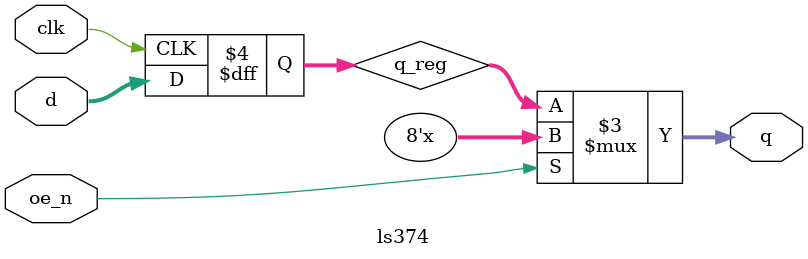
<source format=v>
module ls374 #(parameter WIDTH = 8) (
    input wire clk,
    input wire oe_n,
    input wire [WIDTH-1:0] d,
    output wire [WIDTH-1:0] q
);
reg [WIDTH-1:0] q_reg;

always @(posedge clk) begin
    q_reg <= d;
end

assign q = (oe_n == 1'b0) ? q_reg : {WIDTH{1'bz}};

endmodule
</source>
